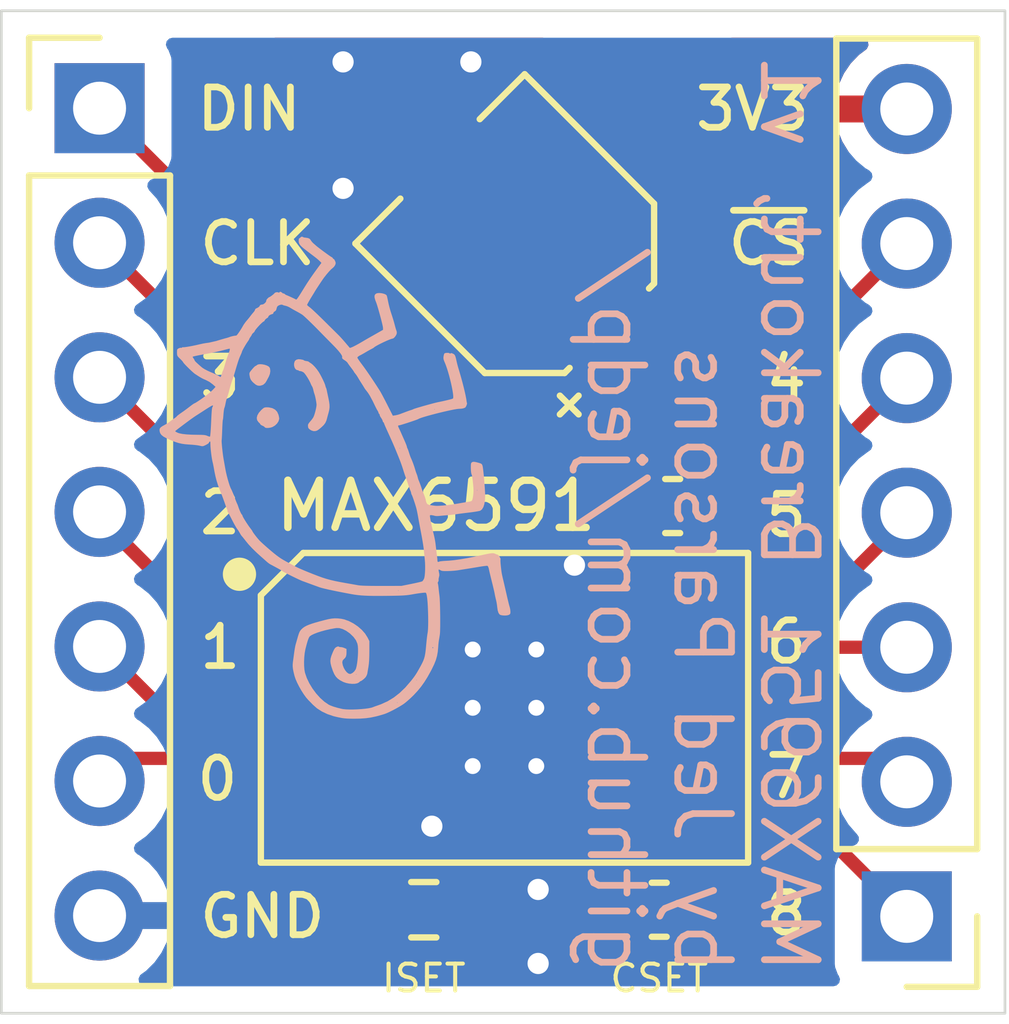
<source format=kicad_pcb>
(kicad_pcb (version 20211014) (generator pcbnew)
  (layers (0 "F.Cu" signal) (31 "B.Cu" signal) (34 "B.Paste" user) (35 "F.Paste" user) (36 "B.SilkS" user "B.Silkscreen") (37 "F.SilkS" user "F.Silkscreen") (38 "B.Mask" user) (39 "F.Mask" user) (44 "Edge.Cuts" user))
  (net 0 "")
  (net 1 "+3V3")
  (net 2 "GND")
  (net 3 "SEG8")
  (net 4 "SEG7")
  (net 5 "SEG6")
  (net 6 "SEG5")
  (net 7 "SEG4")
  (net 8 "SEG3")
  (net 9 "SEG2")
  (net 10 "SEG1")
  (net 11 "SEG0")
  (net 12 "CLK")
  (net 13 "~{CS}")
  (net 14 "DIN")
  (net 15 "OSC")
  (net 16 "ISET")
  (footprint "Resistor_SMD:R_0603_1608Metric" (layer "F.Cu") (at 144.145 109.095)
    (fp_text reference "R1" hide)
    (fp_text value "56k" hide)
    (pad "1" smd roundrect (at -0.825 0) (size 0.8 0.95) (layers "F.Cu" "F.Paste" "F.Mask") (net 16 "ISET"))
    (pad "2" smd roundrect (at 0.825 0) (size 0.8 0.95) (layers "F.Cu" "F.Paste" "F.Mask") (net 2 "GND"))
  )
  (footprint "Capacitor_SMD:CP_Elec_4x3" (layer "F.Cu") (at 146.05 96.52 135)
    (fp_text reference "C1" hide)
    (fp_text value "22u" hide)
    (pad "1" smd roundrect (at -1.8 0 135) (size 2.6 1.6) (layers "F.Cu" "F.Paste" "F.Mask") (roundrect_rratio 0.15625) (net 1 "+3V3"))
    (pad "2" smd roundrect (at 1.8 0 135) (size 2.6 1.6) (layers "F.Cu" "F.Paste" "F.Mask") (roundrect_rratio 0.15625) (net 2 "GND"))
  )
  (footprint "Package_SO:MAX6951_ThermalVias" (layer "F.Cu") (at 145.669 105.283 -90)
    (fp_text reference "MAX6591" (at -3.81 1.2954) (layer "F.SilkS") (effects (font (size 0.889 0.889) (thickness 0.1397))))
    (fp_text value "MAX6951_ThermalVias" hide)
    (pad "1" smd rect (at -2.2225 3.1 270) (size 0.4 2) (layers "F.Cu" "F.Paste" "F.Mask") (net 14 "DIN"))
    (pad "2" smd rect (at -1.5875 3.1 270) (size 0.4 2) (layers "F.Cu" "F.Paste" "F.Mask") (net 12 "CLK"))
    (pad "3" smd rect (at -0.9525 3.1 270) (size 0.4 2) (layers "F.Cu" "F.Paste" "F.Mask") (net 8 "SEG3"))
    (pad "4" smd rect (at -0.3175 3.1 270) (size 0.4 2) (layers "F.Cu" "F.Paste" "F.Mask") (net 9 "SEG2"))
    (pad "5" smd rect (at 0.3175 3.1 270) (size 0.4 2) (layers "F.Cu" "F.Paste" "F.Mask") (net 10 "SEG1"))
    (pad "6" smd rect (at 0.9525 3.1 270) (size 0.4 2) (layers "F.Cu" "F.Paste" "F.Mask") (net 11 "SEG0"))
    (pad "7" smd rect (at 1.5875 3.1 270) (size 0.4 2) (layers "F.Cu" "F.Paste" "F.Mask") (net 16 "ISET"))
    (pad "8" smd rect (at 2.2225 3.1 270) (size 0.4 2) (layers "F.Cu" "F.Paste" "F.Mask") (net 2 "GND"))
    (pad "9" smd rect (at 2.2225 -3.1 270) (size 0.4 2) (layers "F.Cu" "F.Paste" "F.Mask") (net 15 "OSC"))
    (pad "10" smd rect (at 1.5875 -3.1 270) (size 0.4 2) (layers "F.Cu" "F.Paste" "F.Mask") (net 3 "SEG8"))
    (pad "11" smd rect (at 0.9525 -3.1 270) (size 0.4 2) (layers "F.Cu" "F.Paste" "F.Mask") (net 4 "SEG7"))
    (pad "12" smd rect (at 0.3175 -3.1 270) (size 0.4 2) (layers "F.Cu" "F.Paste" "F.Mask") (net 5 "SEG6"))
    (pad "13" smd rect (at -0.3175 -3.1 270) (size 0.4 2) (layers "F.Cu" "F.Paste" "F.Mask") (net 6 "SEG5"))
    (pad "14" smd rect (at -0.9525 -3.1 270) (size 0.4 2) (layers "F.Cu" "F.Paste" "F.Mask") (net 7 "SEG4"))
    (pad "15" smd rect (at -1.5875 -3.1 270) (size 0.4 2) (layers "F.Cu" "F.Paste" "F.Mask") (net 13 "~{CS}"))
    (pad "16" smd rect (at -2.2225 -3.1 270) (size 0.4 2) (layers "F.Cu" "F.Paste" "F.Mask") (net 1 "+3V3"))
    (pad "17" thru_hole circle (at 0 0.6 270) (size 0.5 0.5) (drill 0.3) (layers *.Cu) (net 2 "GND"))
    (pad "17" thru_hole circle (at 1.1 -0.6 270) (size 0.5 0.5) (drill 0.3) (layers *.Cu) (net 2 "GND"))
    (pad "17" thru_hole circle (at -1.1 -0.6 270) (size 0.5 0.5) (drill 0.3) (layers *.Cu) (net 2 "GND"))
    (pad "17" thru_hole circle (at -1.1 0.6 270) (size 0.5 0.5) (drill 0.3) (layers *.Cu) (net 2 "GND"))
    (pad "17" thru_hole circle (at 0 -0.6 270) (size 0.5 0.5) (drill 0.3) (layers *.Cu) (net 2 "GND"))
    (pad "17" thru_hole circle (at 1.1 0.6 270) (size 0.5 0.5) (drill 0.3) (layers *.Cu) (net 2 "GND"))
    (pad "17" smd roundrect (at 0 0 270) (size 3.048 2.032) (layers "F.Cu" "F.Paste" "F.Mask") (net 2 "GND"))
  )
  (footprint "Connector_PinHeader_2.54mm:PinHeader_1x07_P2.54mm_Vertical" (layer "F.Cu") (at 138.0236 93.965)
    (fp_text reference "J1" hide)
    (fp_text value "Conn_01x07_Female" hide)
    (pad "1" thru_hole rect (at 0 0) (size 1.7 1.7) (drill 1) (layers *.Cu *.Mask) (net 14 "DIN"))
    (pad "2" thru_hole oval (at 0 2.54) (size 1.7 1.7) (drill 1) (layers *.Cu *.Mask) (net 12 "CLK"))
    (pad "3" thru_hole oval (at 0 5.08) (size 1.7 1.7) (drill 1) (layers *.Cu *.Mask) (net 8 "SEG3"))
    (pad "4" thru_hole oval (at 0 7.62) (size 1.7 1.7) (drill 1) (layers *.Cu *.Mask) (net 9 "SEG2"))
    (pad "5" thru_hole oval (at 0 10.16) (size 1.7 1.7) (drill 1) (layers *.Cu *.Mask) (net 10 "SEG1"))
    (pad "6" thru_hole oval (at 0 12.7) (size 1.7 1.7) (drill 1) (layers *.Cu *.Mask) (net 11 "SEG0"))
    (pad "7" thru_hole oval (at 0 15.24) (size 1.7 1.7) (drill 1) (layers *.Cu *.Mask) (net 2 "GND"))
  )
  (footprint "Capacitor_SMD:C_0603_1608Metric" (layer "F.Cu") (at 148.844 101.475 180)
    (fp_text reference "C2" hide)
    (fp_text value "0.1u" hide)
    (pad "1" smd roundrect (at -0.775 0 180) (size 0.9 0.95) (layers "F.Cu" "F.Paste" "F.Mask") (net 1 "+3V3"))
    (pad "2" smd roundrect (at 0.775 0 180) (size 0.9 0.95) (layers "F.Cu" "F.Paste" "F.Mask") (net 2 "GND"))
  )
  (footprint "Capacitor_SMD:C_0603_1608Metric" (layer "F.Cu") (at 148.59 109.095 180)
    (fp_text reference "C3" hide)
    (fp_text value "27pF" hide)
    (pad "1" smd roundrect (at -0.775 0 180) (size 0.9 0.95) (layers "F.Cu" "F.Paste" "F.Mask") (net 15 "OSC"))
    (pad "2" smd roundrect (at 0.775 0 180) (size 0.9 0.95) (layers "F.Cu" "F.Paste" "F.Mask") (net 2 "GND"))
  )
  (footprint "Connector_PinHeader_2.54mm:PinHeader_1x07_P2.54mm_Vertical" (layer "F.Cu") (at 153.2636 109.22 180)
    (fp_text reference "J2" hide)
    (fp_text value "Conn_01x07_Female" hide)
    (pad "1" thru_hole rect (at 0 0 180) (size 1.7 1.7) (drill 1) (layers *.Cu *.Mask) (net 3 "SEG8"))
    (pad "2" thru_hole oval (at 0 2.54 180) (size 1.7 1.7) (drill 1) (layers *.Cu *.Mask) (net 4 "SEG7"))
    (pad "3" thru_hole oval (at 0 5.08 180) (size 1.7 1.7) (drill 1) (layers *.Cu *.Mask) (net 5 "SEG6"))
    (pad "4" thru_hole oval (at 0 7.62 180) (size 1.7 1.7) (drill 1) (layers *.Cu *.Mask) (net 6 "SEG5"))
    (pad "5" thru_hole oval (at 0 10.16 180) (size 1.7 1.7) (drill 1) (layers *.Cu *.Mask) (net 7 "SEG4"))
    (pad "6" thru_hole oval (at 0 12.7 180) (size 1.7 1.7) (drill 1) (layers *.Cu *.Mask) (net 13 "~{CS}"))
    (pad "7" thru_hole oval (at 0 15.24 180) (size 1.7 1.7) (drill 1) (layers *.Cu *.Mask) (net 1 "+3V3"))
  )
  (footprint "LOGO" (layer "B.Cu") (at 142.586948 101.043132 -90)
    (fp_text reference "G***" hide)
    (fp_text value "LOGO" hide)
  )
  (gr_circle (center 140.6652 102.7625) (end 140.9192 102.7625) (layer "F.SilkS") (width 0.12) (fill solid))
  (gr_rect (start 136.1694 92.1258) (end 155.1178 111.0488) (layer "Edge.Cuts") (width 0.05) (fill none))
  (gr_text "MAX6951 Breakout, v1\nby Jed Parsons\ngithub.com/jedp/" (at 149.4028 110.363 270) (layer "B.SilkS") (effects (font (size 1.016 1.016) (thickness 0.127)) (justify left mirror)))
  (gr_text "4" (at 151.4348 99.06) (layer "F.SilkS") (effects (font (size 0.762 0.762) (thickness 0.127)) (justify right)))
  (gr_text "6" (at 151.4348 104.0384) (layer "F.SilkS") (effects (font (size 0.762 0.762) (thickness 0.127)) (justify right)))
  (gr_text "ISET" (at 144.145 110.3884) (layer "F.SilkS") (effects (font (size 0.508 0.508) (thickness 0.0762))))
  (gr_text "2" (at 139.8524 101.6) (layer "F.SilkS") (effects (font (size 0.762 0.762) (thickness 0.127)) (justify left)))
  (gr_text "3V3" (at 151.4856 93.98) (layer "F.SilkS") (effects (font (size 0.762 0.762) (thickness 0.127)) (justify right)))
  (gr_text "~{CS}" (at 151.4856 96.52) (layer "F.SilkS") (effects (font (size 0.762 0.762) (thickness 0.127)) (justify right)))
  (gr_text "8" (at 151.4348 109.1692) (layer "F.SilkS") (effects (font (size 0.762 0.762) (thickness 0.127)) (justify right)))
  (gr_text "1" (at 139.8524 104.14) (layer "F.SilkS") (effects (font (size 0.762 0.762) (thickness 0.127)) (justify left)))
  (gr_text "CSET" (at 148.59 110.3884) (layer "F.SilkS") (effects (font (size 0.508 0.508) (thickness 0.0762))))
  (gr_text "7" (at 151.4348 106.5784) (layer "F.SilkS") (effects (font (size 0.762 0.762) (thickness 0.127)) (justify right)))
  (gr_text "GND" (at 139.8524 109.22) (layer "F.SilkS") (effects (font (size 0.762 0.762) (thickness 0.127)) (justify left)))
  (gr_text "0" (at 139.8016 106.6292) (layer "F.SilkS") (effects (font (size 0.762 0.762) (thickness 0.127)) (justify left)))
  (gr_text "3" (at 139.8524 99.06) (layer "F.SilkS") (effects (font (size 0.762 0.762) (thickness 0.127)) (justify left)))
  (gr_text "5" (at 151.4348 101.6508) (layer "F.SilkS") (effects (font (size 0.762 0.762) (thickness 0.127)) (justify right)))
  (gr_text "CLK" (at 139.8524 96.52) (layer "F.SilkS") (effects (font (size 0.762 0.762) (thickness 0.127)) (justify left)))
  (gr_text "DIN" (at 139.8016 93.98) (layer "F.SilkS") (effects (font (size 0.762 0.762) (thickness 0.127)) (justify left)))
  (segment (start 149.619 102.1871) (end 148.7436 103.0625) (width 0.3556) (layer "F.Cu") (net 1))
  (segment (start 149.619 101.475) (end 149.619 102.1871) (width 0.3556) (layer "F.Cu") (net 1))
  (segment (start 146.9898 102.5542) (end 148.069 101.475) (width 0.3556) (layer "F.Cu") (net 2))
  (segment (start 144.97 109.095) (end 145.921 109.095) (width 0.25) (layer "F.Cu") (net 2))
  (segment (start 147.815 109.095) (end 147.318 109.095) (width 0.25) (layer "F.Cu") (net 2))
  (segment (start 144.2847 107.5055) (end 144.2974 107.5182) (width 0.3556) (layer "F.Cu") (net 2))
  (segment (start 142.569 107.5055) (end 144.2847 107.5055) (width 0.3556) (layer "F.Cu") (net 2))
  (segment (start 145.034 94.990416) (end 144.777208 95.247208) (width 0.3556) (layer "F.Cu") (net 2))
  (segment (start 146.9898 102.5906) (end 146.9898 102.5542) (width 0.3556) (layer "F.Cu") (net 2))
  (segment (start 147.318 109.095) (end 146.304 110.109) (width 0.25) (layer "F.Cu") (net 2))
  (segment (start 145.921 109.095) (end 146.304 108.712) (width 0.25) (layer "F.Cu") (net 2))
  (via (at 145.034 93.091) (size 0.8) (drill 0.4) (layers "F.Cu" "B.Cu") (net 2))
  (via (at 142.621 93.091) (size 0.8) (drill 0.4) (layers "F.Cu" "B.Cu") (net 2))
  (via (at 146.304 108.712) (size 0.8) (drill 0.4) (layers "F.Cu" "B.Cu") (net 2))
  (via (at 146.304 110.109) (size 0.8) (drill 0.4) (layers "F.Cu" "B.Cu") (net 2))
  (via (at 142.621 95.4786) (size 0.8) (drill 0.4) (layers "F.Cu" "B.Cu") (net 2))
  (via (at 144.2974 107.5182) (size 0.8) (drill 0.4) (layers "F.Cu" "B.Cu") (net 2))
  (via (at 146.9898 102.5906) (size 0.8) (drill 0.4) (layers "F.Cu" "B.Cu") (net 2))
  (segment (start 148.7436 106.8725) (end 150.9161 106.8725) (width 0.25) (layer "F.Cu") (net 3))
  (segment (start 150.9161 106.8725) (end 153.2636 109.22) (width 0.25) (layer "F.Cu") (net 3))
  (segment (start 152.8211 106.2375) (end 153.2636 106.68) (width 0.25) (layer "F.Cu") (net 4))
  (segment (start 148.7436 106.2375) (end 152.8211 106.2375) (width 0.25) (layer "F.Cu") (net 4))
  (segment (start 150.1267 105.6005) (end 151.5872 104.14) (width 0.25) (layer "F.Cu") (net 5))
  (segment (start 151.5872 104.14) (end 153.2636 104.14) (width 0.25) (layer "F.Cu") (net 5))
  (segment (start 148.769 105.6005) (end 150.1267 105.6005) (width 0.25) (layer "F.Cu") (net 5))
  (segment (start 149.996392 104.9675) (end 148.7436 104.9675) (width 0.25) (layer "F.Cu") (net 6))
  (segment (start 153.2636 101.6) (end 153.2636 101.700292) (width 0.25) (layer "F.Cu") (net 6))
  (segment (start 153.2636 101.700292) (end 149.996392 104.9675) (width 0.25) (layer "F.Cu") (net 6))
  (segment (start 153.2636 99.06) (end 151.199 101.1246) (width 0.25) (layer "F.Cu") (net 7))
  (segment (start 149.994996 104.3325) (end 148.7436 104.3325) (width 0.25) (layer "F.Cu") (net 7))
  (segment (start 151.199 103.128496) (end 149.994996 104.3325) (width 0.25) (layer "F.Cu") (net 7))
  (segment (start 151.199 101.1246) (end 151.199 103.128496) (width 0.25) (layer "F.Cu") (net 7))
  (segment (start 140.393 101.4144) (end 138.0236 99.045) (width 0.25) (layer "F.Cu") (net 8))
  (segment (start 142.5436 104.3325) (end 141.2895 104.3325) (width 0.25) (layer "F.Cu") (net 8))
  (segment (start 140.393 103.436) (end 140.393 101.4144) (width 0.25) (layer "F.Cu") (net 8))
  (segment (start 141.2895 104.3325) (end 140.393 103.436) (width 0.25) (layer "F.Cu") (net 8))
  (segment (start 141.288104 104.9675) (end 142.5436 104.9675) (width 0.25) (layer "F.Cu") (net 9))
  (segment (start 138.0236 101.585) (end 138.0236 101.702996) (width 0.25) (layer "F.Cu") (net 9))
  (segment (start 138.0236 101.702996) (end 141.288104 104.9675) (width 0.25) (layer "F.Cu") (net 9))
  (segment (start 139.5011 105.6025) (end 138.0236 104.125) (width 0.25) (layer "F.Cu") (net 10))
  (segment (start 142.5436 105.6025) (end 139.5011 105.6025) (width 0.25) (layer "F.Cu") (net 10))
  (segment (start 142.5436 106.2375) (end 138.4511 106.2375) (width 0.25) (layer "F.Cu") (net 11))
  (segment (start 138.4511 106.2375) (end 138.0236 106.665) (width 0.25) (layer "F.Cu") (net 11))
  (segment (start 140.843 103.2119) (end 141.3286 103.6975) (width 0.25) (layer "F.Cu") (net 12))
  (segment (start 140.843 99.3244) (end 140.843 103.2119) (width 0.25) (layer "F.Cu") (net 12))
  (segment (start 141.3286 103.6975) (end 142.5436 103.6975) (width 0.25) (layer "F.Cu") (net 12))
  (segment (start 138.0236 96.505) (end 140.843 99.3244) (width 0.25) (layer "F.Cu") (net 12))
  (segment (start 149.9936 103.6975) (end 150.749 102.9421) (width 0.25) (layer "F.Cu") (net 13))
  (segment (start 150.749 99.0346) (end 153.2636 96.52) (width 0.25) (layer "F.Cu") (net 13))
  (segment (start 148.7436 103.6975) (end 149.9936 103.6975) (width 0.25) (layer "F.Cu") (net 13))
  (segment (start 150.749 102.9421) (end 150.749 99.0346) (width 0.25) (layer "F.Cu") (net 13))
  (segment (start 142.5436 103.0625) (end 141.4165 103.0625) (width 0.25) (layer "F.Cu") (net 14))
  (segment (start 141.293 102.939) (end 141.293 97.2344) (width 0.25) (layer "F.Cu") (net 14))
  (segment (start 141.4165 103.0625) (end 141.293 102.939) (width 0.25) (layer "F.Cu") (net 14))
  (segment (start 141.293 97.2344) (end 138.0236 93.965) (width 0.25) (layer "F.Cu") (net 14))
  (segment (start 148.7436 108.4736) (end 149.365 109.095) (width 0.25) (layer "F.Cu") (net 15))
  (segment (start 148.7436 108.4736) (end 148.7436 107.5075) (width 0.25) (layer "F.Cu") (net 15))
  (segment (start 142.5436 106.8725) (end 141.2855 106.8725) (width 0.25) (layer "F.Cu") (net 16))
  (segment (start 141.226 109.095) (end 143.32 109.095) (width 0.25) (layer "F.Cu") (net 16))
  (segment (start 141.2855 106.8725) (end 140.716 107.442) (width 0.25) (layer "F.Cu") (net 16))
  (segment (start 140.716 107.442) (end 140.716 108.585) (width 0.25) (layer "F.Cu") (net 16))
  (segment (start 140.716 108.585) (end 141.226 109.095) (width 0.25) (layer "F.Cu") (net 16))
  (zone (net 2) (net_name "GND") (layer "F.Cu") (connect_pads (clearance 0.508)) (min_thickness 0.254) (fill yes (thermal_gap 0.508) (thermal_bridge_width 0.508))
    (polygon (pts (xy 146.5326 94.5896) (xy 144.0688 96.9518) (xy 143.1798 97.79) (xy 141.1986 95.7326) (xy 141.224 91.9226) (xy 146.5072 91.948)))
  )
  (zone (net 1) (net_name "+3V3") (layer "F.Cu") (connect_pads (clearance 0.508)) (min_thickness 0.254) (fill yes (thermal_gap 0.508) (thermal_bridge_width 0.508))
    (polygon (pts (xy 155.194 94.869) (xy 151.765 94.996) (xy 149.8092 96.9518) (xy 149.86 102.235) (xy 149.096248 102.21398) (xy 148.969248 100.68998) (xy 146.05 100.711) (xy 143.891 98.552) (xy 150.622 91.948) (xy 155.194 91.948)))
  )
  (zone (net 2) (net_name "GND") (layer "B.Cu") (connect_pads (clearance 0.508)) (min_thickness 0.254) (fill yes (thermal_gap 0.508) (thermal_bridge_width 0.508))
    (polygon (pts (xy 155.194 111.252) (xy 136.144 111.252) (xy 136.144 91.948) (xy 155.194 91.948)))
  )
  (zone (net 2) (net_name "GND") (layer "B.Cu") (connect_pads yes (clearance 0.508)) (min_thickness 0.254) (fill yes (thermal_gap 0.508) (thermal_bridge_width 0.508))
    (polygon (pts (xy 147.1168 107.5944) (xy 144.0942 107.5944) (xy 144.0942 103.124) (xy 147.1168 103.124)))
  )
)
</source>
